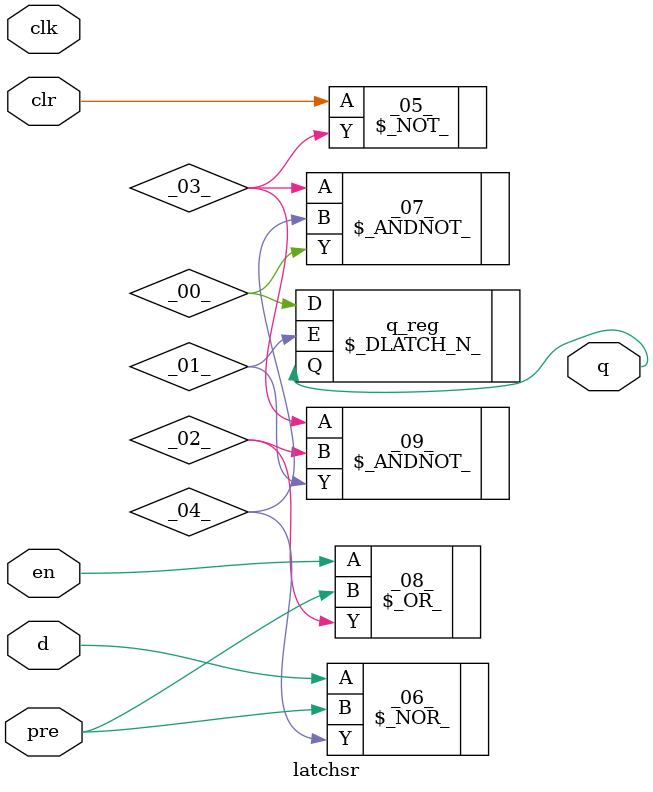
<source format=v>
/* Generated by Yosys 0.55+46 (git sha1 aa1daa702, g++ 11.4.0-1ubuntu1~22.04 -fPIC -O3) */

(* top =  1  *)
(* src = "dut.sv:13.1-21.10" *)
module latchsr(d, clk, en, clr, pre, q);
  (* src = "dut.sv:14.2-20.11" *)
  wire _00_;
  wire _01_;
  wire _02_;
  wire _03_;
  wire _04_;
  (* src = "dut.sv:13.27-13.30" *)
  input clk;
  wire clk;
  (* src = "dut.sv:13.36-13.39" *)
  input clr;
  wire clr;
  (* src = "dut.sv:13.24-13.25" *)
  input d;
  wire d;
  (* src = "dut.sv:13.32-13.34" *)
  input en;
  wire en;
  (* src = "dut.sv:13.41-13.44" *)
  input pre;
  wire pre;
  (* src = "dut.sv:13.57-13.58" *)
  output q;
  wire q;
  \$_NOT_  _05_ (
    .A(clr),
    .Y(_03_)
  );
  \$_NOR_  _06_ (
    .A(d),
    .B(pre),
    .Y(_04_)
  );
  \$_ANDNOT_  _07_ (
    .A(_03_),
    .B(_04_),
    .Y(_00_)
  );
  \$_OR_  _08_ (
    .A(en),
    .B(pre),
    .Y(_02_)
  );
  \$_ANDNOT_  _09_ (
    .A(_03_),
    .B(_02_),
    .Y(_01_)
  );
  (* src = "dut.sv:14.2-20.11" *)
  \$_DLATCH_N_  q_reg /* _10_ */ (
    .D(_00_),
    .E(_01_),
    .Q(q)
  );
endmodule

</source>
